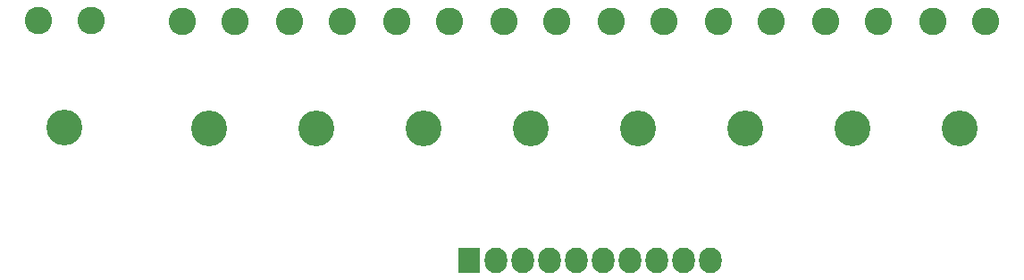
<source format=gbr>
G04 #@! TF.FileFunction,Soldermask,Bot*
%FSLAX46Y46*%
G04 Gerber Fmt 4.6, Leading zero omitted, Abs format (unit mm)*
G04 Created by KiCad (PCBNEW 4.0.2-stable) date 15/05/2017 14:24:20*
%MOMM*%
G01*
G04 APERTURE LIST*
%ADD10C,0.100000*%
%ADD11R,2.127200X2.432000*%
%ADD12O,2.127200X2.432000*%
%ADD13C,2.600000*%
%ADD14C,3.400000*%
G04 APERTURE END LIST*
D10*
D11*
X147320000Y-70612000D03*
D12*
X149860000Y-70612000D03*
X152400000Y-70612000D03*
X154940000Y-70612000D03*
X157480000Y-70612000D03*
X160020000Y-70612000D03*
X162560000Y-70612000D03*
X165100000Y-70612000D03*
X167640000Y-70612000D03*
X170180000Y-70612000D03*
D13*
X106500000Y-47800000D03*
D14*
X109000000Y-58000000D03*
D13*
X111500000Y-47800000D03*
X120182000Y-47886000D03*
D14*
X122682000Y-58086000D03*
D13*
X125182000Y-47886000D03*
X130342000Y-47886000D03*
D14*
X132842000Y-58086000D03*
D13*
X135342000Y-47886000D03*
X140502000Y-47886000D03*
D14*
X143002000Y-58086000D03*
D13*
X145502000Y-47886000D03*
X150662000Y-47886000D03*
D14*
X153162000Y-58086000D03*
D13*
X155662000Y-47886000D03*
X160822000Y-47886000D03*
D14*
X163322000Y-58086000D03*
D13*
X165822000Y-47886000D03*
X170982000Y-47886000D03*
D14*
X173482000Y-58086000D03*
D13*
X175982000Y-47886000D03*
X181142000Y-47886000D03*
D14*
X183642000Y-58086000D03*
D13*
X186142000Y-47886000D03*
X191302000Y-47886000D03*
D14*
X193802000Y-58086000D03*
D13*
X196302000Y-47886000D03*
M02*

</source>
